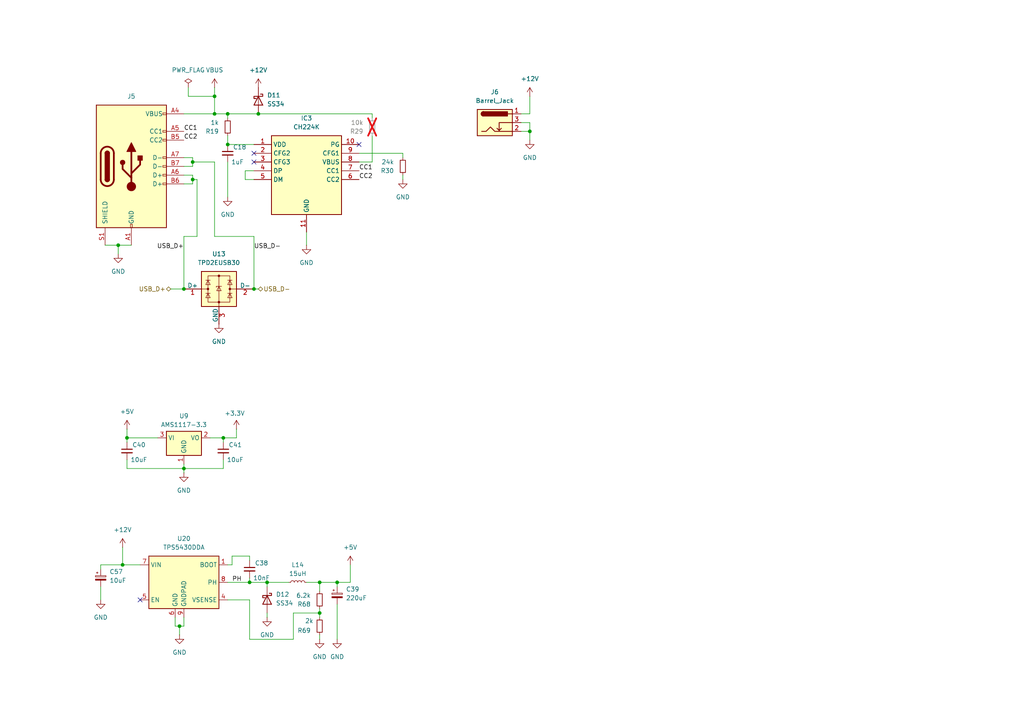
<source format=kicad_sch>
(kicad_sch (version 20231120) (generator "eeschema") (generator_version "8.0")
  (paper "A4")
  (title_block (title "Power") (rev "2"))
  (lib_symbols
    (symbol "Connector:Barrel_Jack_Switch" (pin_names hide)
      (property "Reference" "J" (at 0 5.334 0))
      (property "Value" "Barrel_Jack_Switch" (at 0 -5.08 0))
      (symbol "Barrel_Jack_Switch_0_1"
        (rectangle (start -5.08 3.81) (end 5.08 -3.81) (stroke (width 0.254)) (fill (type background)))
        (arc (start -3.302 3.175) (mid -3.9343 2.54) (end -3.302 1.905) (stroke (width 0.254)))
        (arc (start -3.302 3.175) (mid -3.9343 2.54) (end -3.302 1.905) (stroke (width 0.254)) (fill (type outline)))
        (polyline (pts (xy 1.27 -2.286) (xy 1.905 -1.651)) (stroke (width 0.254)))
        (polyline (pts (xy 5.08 2.54) (xy 3.81 2.54)) (stroke (width 0.254)))
        (polyline (pts (xy 5.08 0) (xy 1.27 0) (xy 1.27 -2.286) (xy 0.635 -1.651)) (stroke (width 0.254)))
        (polyline (pts (xy -3.81 -2.54) (xy -2.54 -2.54) (xy -1.27 -1.27) (xy 0 -2.54) (xy 2.54 -2.54) (xy 5.08 -2.54)) (stroke (width 0.254)))
        (rectangle (start 3.683 3.175) (end -3.302 1.905) (stroke (width 0.254)) (fill (type outline)))
      )
      (symbol "Barrel_Jack_Switch_1_1"
        (pin passive line (at 7.62 2.54 180) (length 2.54) (name "~") (number "1"))
        (pin passive line (at 7.62 -2.54 180) (length 2.54) (name "~") (number "2"))
        (pin passive line (at 7.62 0 180) (length 2.54) (name "~") (number "3"))
      )
    )
    (symbol "Connector:USB_C_Receptacle_USB2.0_14P" (pin_names (offset 1.016))
      (property "Reference" "J" (at 0 22.225 0))
      (property "Value" "USB_C_Receptacle_USB2.0_14P" (at 0 19.685 0))
      (symbol "USB_C_Receptacle_USB2.0_14P_0_0"
        (rectangle (start -0.254 -17.78) (end 0.254 -16.764))
        (rectangle (start 10.16 -4.826) (end 9.144 -5.334))
        (rectangle (start 10.16 -2.286) (end 9.144 -2.794))
        (rectangle (start 10.16 0.254) (end 9.144 -0.254))
        (rectangle (start 10.16 2.794) (end 9.144 2.286))
        (rectangle (start 10.16 7.874) (end 9.144 7.366))
        (rectangle (start 10.16 10.414) (end 9.144 9.906))
        (rectangle (start 10.16 15.494) (end 9.144 14.986))
      )
      (symbol "USB_C_Receptacle_USB2.0_14P_0_1"
        (rectangle (start -10.16 17.78) (end 10.16 -17.78) (stroke (width 0.254)) (fill (type background)))
        (arc (start -8.89 -3.81) (mid -6.985 -5.7067) (end -5.08 -3.81) (stroke (width 0.508)))
        (arc (start -7.62 -3.81) (mid -6.985 -4.4423) (end -6.35 -3.81) (stroke (width 0.254)))
        (arc (start -7.62 -3.81) (mid -6.985 -4.4423) (end -6.35 -3.81) (stroke (width 0.254)) (fill (type outline)))
        (rectangle (start -7.62 -3.81) (end -6.35 3.81) (stroke (width 0.254)) (fill (type outline)))
        (arc (start -6.35 3.81) (mid -6.985 4.4423) (end -7.62 3.81) (stroke (width 0.254)))
        (arc (start -6.35 3.81) (mid -6.985 4.4423) (end -7.62 3.81) (stroke (width 0.254)) (fill (type outline)))
        (arc (start -5.08 3.81) (mid -6.985 5.7067) (end -8.89 3.81) (stroke (width 0.508)))
        (circle (center -2.54 1.143) (radius 0.635) (stroke (width 0.254)) (fill (type outline)))
        (circle (center 0 -5.842) (radius 1.27) (fill (type outline)))
        (polyline (pts (xy -8.89 -3.81) (xy -8.89 3.81)) (stroke (width 0.508)))
        (polyline (pts (xy -5.08 3.81) (xy -5.08 -3.81)) (stroke (width 0.508)))
        (polyline (pts (xy 0 -5.842) (xy 0 4.318)) (stroke (width 0.508)))
        (polyline (pts (xy 0 -3.302) (xy -2.54 -0.762) (xy -2.54 0.508)) (stroke (width 0.508)))
        (polyline (pts (xy 0 -2.032) (xy 2.54 0.508) (xy 2.54 1.778)) (stroke (width 0.508)))
        (polyline (pts (xy -1.27 4.318) (xy 0 6.858) (xy 1.27 4.318) (xy -1.27 4.318)) (stroke (width 0.254)) (fill (type outline)))
        (rectangle (start 1.905 1.778) (end 3.175 3.048) (stroke (width 0.254)) (fill (type outline)))
      )
      (symbol "USB_C_Receptacle_USB2.0_14P_1_1"
        (pin passive line (at 0 -22.86 90) (length 5.08) (name "GND") (number "A1"))
        (pin passive line (at 0 -22.86 90) (length 5.08) hide (name "GND") (number "A12"))
        (pin passive line (at 15.24 15.24 180) (length 5.08) (name "VBUS") (number "A4"))
        (pin bidirectional line (at 15.24 10.16 180) (length 5.08) (name "CC1") (number "A5"))
        (pin bidirectional line (at 15.24 -2.54 180) (length 5.08) (name "D+") (number "A6"))
        (pin bidirectional line (at 15.24 2.54 180) (length 5.08) (name "D-") (number "A7"))
        (pin passive line (at 15.24 15.24 180) (length 5.08) hide (name "VBUS") (number "A9"))
        (pin passive line (at 0 -22.86 90) (length 5.08) hide (name "GND") (number "B1"))
        (pin passive line (at 0 -22.86 90) (length 5.08) hide (name "GND") (number "B12"))
        (pin passive line (at 15.24 15.24 180) (length 5.08) hide (name "VBUS") (number "B4"))
        (pin bidirectional line (at 15.24 7.62 180) (length 5.08) (name "CC2") (number "B5"))
        (pin bidirectional line (at 15.24 -5.08 180) (length 5.08) (name "D+") (number "B6"))
        (pin bidirectional line (at 15.24 0 180) (length 5.08) (name "D-") (number "B7"))
        (pin passive line (at 15.24 15.24 180) (length 5.08) hide (name "VBUS") (number "B9"))
        (pin passive line (at -7.62 -22.86 90) (length 5.08) (name "SHIELD") (number "S1"))
      )
    )
    (symbol "Device:C_Polarized_Small" (pin_numbers hide) (pin_names (offset 0.254) hide)
      (property "Reference" "C" (at 0.254 1.778 0))
      (property "Value" "C_Polarized_Small" (at 0.254 -2.032 0))
      (symbol "C_Polarized_Small_0_1"
        (rectangle (start -1.524 -0.3048) (end 1.524 -0.6858) (fill (type outline)))
        (rectangle (start -1.524 0.6858) (end 1.524 0.3048))
        (polyline (pts (xy -1.27 1.524) (xy -0.762 1.524)))
        (polyline (pts (xy -1.016 1.27) (xy -1.016 1.778)))
      )
      (symbol "C_Polarized_Small_1_1"
        (pin passive line (at 0 2.54 270) (length 1.8542) (name "~") (number "1"))
        (pin passive line (at 0 -2.54 90) (length 1.8542) (name "~") (number "2"))
      )
    )
    (symbol "Device:C_Small" (pin_numbers hide) (pin_names (offset 0.254) hide)
      (property "Reference" "C" (at 0.254 1.778 0))
      (property "Value" "C_Small" (at 0.254 -2.032 0))
      (symbol "C_Small_0_1"
        (polyline (pts (xy -1.524 -0.508) (xy 1.524 -0.508)) (stroke (width 0.3302)))
        (polyline (pts (xy -1.524 0.508) (xy 1.524 0.508)) (stroke (width 0.3048)))
      )
      (symbol "C_Small_1_1"
        (pin passive line (at 0 2.54 270) (length 2.032) (name "~") (number "1"))
        (pin passive line (at 0 -2.54 90) (length 2.032) (name "~") (number "2"))
      )
    )
    (symbol "Device:L_Small" (pin_numbers hide) (pin_names (offset 0.254) hide)
      (property "Reference" "L" (at 0.762 1.016 0))
      (property "Value" "L_Small" (at 0.762 -1.016 0))
      (symbol "L_Small_0_1"
        (arc (start 0 -2.032) (mid 0.5058 -1.524) (end 0 -1.016))
        (arc (start 0 -1.016) (mid 0.5058 -0.508) (end 0 0))
        (arc (start 0 0) (mid 0.5058 0.508) (end 0 1.016))
        (arc (start 0 1.016) (mid 0.5058 1.524) (end 0 2.032))
      )
      (symbol "L_Small_1_1"
        (pin passive line (at 0 2.54 270) (length 0.508) (name "~") (number "1"))
        (pin passive line (at 0 -2.54 90) (length 0.508) (name "~") (number "2"))
      )
    )
    (symbol "Device:R_Small" (pin_numbers hide) (pin_names (offset 0.254) hide)
      (property "Reference" "R" (at 0.762 0.508 0))
      (property "Value" "R_Small" (at 0.762 -1.016 0))
      (symbol "R_Small_0_1"
        (rectangle (start -0.762 1.778) (end 0.762 -1.778) (stroke (width 0.2032)))
      )
      (symbol "R_Small_1_1"
        (pin passive line (at 0 2.54 270) (length 0.762) (name "~") (number "1"))
        (pin passive line (at 0 -2.54 90) (length 0.762) (name "~") (number "2"))
      )
    )
    (symbol "Diode:SS34" (pin_numbers hide) (pin_names (offset 1.016) hide)
      (property "Reference" "D" (at 0 2.54 0))
      (property "Value" "SS34" (at 0 -2.54 0))
      (symbol "SS34_0_1"
        (polyline (pts (xy 1.27 0) (xy -1.27 0)))
        (polyline (pts (xy 1.27 1.27) (xy 1.27 -1.27) (xy -1.27 0) (xy 1.27 1.27)) (stroke (width 0.254)))
        (polyline (pts (xy -1.905 0.635) (xy -1.905 1.27) (xy -1.27 1.27) (xy -1.27 -1.27) (xy -0.635 -1.27) (xy -0.635 -0.635)) (stroke (width 0.254)))
      )
      (symbol "SS34_1_1"
        (pin passive line (at -3.81 0 0) (length 2.54) (name "K") (number "1"))
        (pin passive line (at 3.81 0 180) (length 2.54) (name "A") (number "2"))
      )
    )
    (symbol "HydroponicFlowerControl:CH224K"
      (property "Reference" "IC" (at 26.67 7.62 0))
      (property "Value" "CH224K" (at 26.67 5.08 0))
      (symbol "CH224K_1_1"
        (rectangle (start 5.08 2.54) (end 25.4 -20.32) (stroke (width 0.254)) (fill (type background)))
        (pin passive line (at 0 0 0) (length 5.08) (name "VDD") (number "1"))
        (pin passive line (at 30.48 0 180) (length 5.08) (name "PG") (number "10"))
        (pin passive line (at 15.24 -25.4 90) (length 5.08) (name "GND") (number "11"))
        (pin passive line (at 0 -2.54 0) (length 5.08) (name "CFG2") (number "2"))
        (pin passive line (at 0 -5.08 0) (length 5.08) (name "CFG3") (number "3"))
        (pin passive line (at 0 -7.62 0) (length 5.08) (name "DP") (number "4"))
        (pin passive line (at 0 -10.16 0) (length 5.08) (name "DM") (number "5"))
        (pin passive line (at 30.48 -10.16 180) (length 5.08) (name "CC2") (number "6"))
        (pin passive line (at 30.48 -7.62 180) (length 5.08) (name "CC1") (number "7"))
        (pin passive line (at 30.48 -5.08 180) (length 5.08) (name "VBUS") (number "8"))
        (pin passive line (at 30.48 -2.54 180) (length 5.08) (name "CFG1") (number "9"))
      )
    )
    (symbol "Power_Protection:TPD2EUSB30" (pin_names (offset 0))
      (property "Reference" "U" (at 0 6.35 0))
      (property "Value" "TPD2EUSB30" (at 7.62 -7.62 0))
      (symbol "TPD2EUSB30_0_1"
        (rectangle (start -5.08 5.08) (end 5.08 -5.08) (stroke (width 0.254)) (fill (type background)))
        (circle (center -3.175 0) (radius 0.2794) (fill (type outline)))
        (rectangle (start -3.175 3.81) (end 3.175 -3.81))
        (circle (center 0 -3.81) (radius 0.2794) (fill (type outline)))
        (polyline (pts (xy -5.08 0) (xy -3.175 0)))
        (polyline (pts (xy -3.81 -1.27) (xy -2.54 -1.27)))
        (polyline (pts (xy -3.81 2.54) (xy -2.54 2.54)))
        (polyline (pts (xy 0 3.81) (xy 0 -5.08)))
        (polyline (pts (xy 2.54 -1.27) (xy 3.81 -1.27)))
        (polyline (pts (xy 2.54 2.54) (xy 3.81 2.54)))
        (polyline (pts (xy 5.08 0) (xy 3.175 0)))
        (polyline (pts (xy 0.762 0.762) (xy -0.762 0.762) (xy -0.762 0.508)))
        (polyline (pts (xy -2.54 -2.54) (xy -3.81 -2.54) (xy -3.175 -1.27) (xy -2.54 -2.54)))
        (polyline (pts (xy -2.54 1.27) (xy -3.81 1.27) (xy -3.175 2.54) (xy -2.54 1.27)))
        (polyline (pts (xy 0.635 -0.508) (xy -0.635 -0.508) (xy 0 0.762) (xy 0.635 -0.508)))
        (polyline (pts (xy 3.81 -2.54) (xy 2.54 -2.54) (xy 3.175 -1.27) (xy 3.81 -2.54)))
        (polyline (pts (xy 3.81 1.27) (xy 2.54 1.27) (xy 3.175 2.54) (xy 3.81 1.27)))
        (circle (center 0 3.81) (radius 0.2794) (fill (type outline)))
        (circle (center 3.175 0) (radius 0.2794) (fill (type outline)))
      )
      (symbol "TPD2EUSB30_1_1"
        (pin passive line (at -10.16 0 0) (length 5.08) (name "D+") (number "1"))
        (pin passive line (at 10.16 0 180) (length 5.08) (name "D-") (number "2"))
        (pin passive line (at 0 -10.16 90) (length 5.08) (name "GND") (number "3"))
      )
    )
    (symbol "Regulator_Linear:AMS1117-3.3"
      (property "Reference" "U" (at -3.81 3.175 0))
      (property "Value" "AMS1117-3.3" (at 0 3.175 0))
      (symbol "AMS1117-3.3_0_1"
        (rectangle (start -5.08 -5.08) (end 5.08 1.905) (stroke (width 0.254)) (fill (type background)))
      )
      (symbol "AMS1117-3.3_1_1"
        (pin power_in line (at 0 -7.62 90) (length 2.54) (name "GND") (number "1"))
        (pin power_out line (at 7.62 0 180) (length 2.54) (name "VO") (number "2"))
        (pin power_in line (at -7.62 0 0) (length 2.54) (name "VI") (number "3"))
      )
    )
    (symbol "Regulator_Switching:TPS5430DDA"
      (property "Reference" "U" (at -10.16 8.89 0))
      (property "Value" "TPS5430DDA" (at -1.27 8.89 0))
      (symbol "TPS5430DDA_0_1"
        (rectangle (start -10.16 7.62) (end 10.16 -7.62) (stroke (width 0.254)) (fill (type background)))
      )
      (symbol "TPS5430DDA_1_1"
        (pin input line (at 12.7 5.08 180) (length 2.54) (name "BOOT") (number "1"))
        (pin no_connect line (at -10.16 2.54 0) (length 2.54) hide (name "NC") (number "2"))
        (pin no_connect line (at -10.16 -2.54 0) (length 2.54) hide (name "NC") (number "3"))
        (pin input line (at 12.7 -5.08 180) (length 2.54) (name "VSENSE") (number "4"))
        (pin input line (at -12.7 -5.08 0) (length 2.54) (name "EN") (number "5"))
        (pin power_in line (at -2.54 -10.16 90) (length 2.54) (name "GND") (number "6"))
        (pin power_in line (at -12.7 5.08 0) (length 2.54) (name "VIN") (number "7"))
        (pin output line (at 12.7 0 180) (length 2.54) (name "PH") (number "8"))
        (pin power_in line (at 0 -10.16 90) (length 2.54) (name "GNDPAD") (number "9"))
      )
    )
    (symbol "power:+12V" (power) (pin_numbers hide) (pin_names (offset 0) hide)
      (property "Value" "+12V" (at 0 3.556 0))
      (symbol "+12V_0_1"
        (polyline (pts (xy -0.762 1.27) (xy 0 2.54)))
        (polyline (pts (xy 0 0) (xy 0 2.54)))
        (polyline (pts (xy 0 2.54) (xy 0.762 1.27)))
      )
      (symbol "+12V_1_1"
        (pin power_in line (at 0 0 90) (length 0) (name "~") (number "1"))
      )
    )
    (symbol "power:+3.3V" (power) (pin_numbers hide) (pin_names (offset 0) hide)
      (property "Value" "+3.3V" (at 0 3.556 0))
      (symbol "+3.3V_0_1"
        (polyline (pts (xy -0.762 1.27) (xy 0 2.54)))
        (polyline (pts (xy 0 0) (xy 0 2.54)))
        (polyline (pts (xy 0 2.54) (xy 0.762 1.27)))
      )
      (symbol "+3.3V_1_1"
        (pin power_in line (at 0 0 90) (length 0) (name "~") (number "1"))
      )
    )
    (symbol "power:+5V" (power) (pin_numbers hide) (pin_names (offset 0) hide)
      (property "Value" "+5V" (at 0 3.556 0))
      (symbol "+5V_0_1"
        (polyline (pts (xy -0.762 1.27) (xy 0 2.54)))
        (polyline (pts (xy 0 0) (xy 0 2.54)))
        (polyline (pts (xy 0 2.54) (xy 0.762 1.27)))
      )
      (symbol "+5V_1_1"
        (pin power_in line (at 0 0 90) (length 0) (name "~") (number "1"))
      )
    )
    (symbol "power:GND" (power) (pin_numbers hide) (pin_names (offset 0) hide)
      (property "Value" "GND" (at 0 -3.81 0))
      (symbol "GND_0_1"
        (polyline (pts (xy 0 0) (xy 0 -1.27) (xy 1.27 -1.27) (xy 0 -2.54) (xy -1.27 -1.27) (xy 0 -1.27)))
      )
      (symbol "GND_1_1"
        (pin power_in line (at 0 0 270) (length 0) (name "~") (number "1"))
      )
    )
    (symbol "power:PWR_FLAG" (power) (pin_numbers hide) (pin_names (offset 0) hide)
      (property "Value" "PWR_FLAG" (at 0 3.81 0))
      (symbol "PWR_FLAG_0_0"
        (pin power_out line (at 0 0 90) (length 0) (name "~") (number "1"))
      )
      (symbol "PWR_FLAG_0_1"
        (polyline (pts (xy 0 0) (xy 0 1.27) (xy -1.016 1.905) (xy 0 2.54) (xy 1.016 1.905) (xy 0 1.27)))
      )
    )
    (symbol "power:VBUS" (power) (pin_numbers hide) (pin_names (offset 0) hide)
      (property "Value" "VBUS" (at 0 3.556 0))
      (symbol "VBUS_0_1"
        (polyline (pts (xy -0.762 1.27) (xy 0 2.54)))
        (polyline (pts (xy 0 0) (xy 0 2.54)))
        (polyline (pts (xy 0 2.54) (xy 0.762 1.27)))
      )
      (symbol "VBUS_1_1"
        (pin power_in line (at 0 0 90) (length 0) (name "~") (number "1"))
      )
    )
  )
  (junction (at 34.29 71.12))
  (junction (at 73.66 83.82))
  (junction (at 53.34 83.82))
  (junction (at 52.07 181.61))
  (junction (at 35.56 163.83))
  (junction (at 55.88 52.07))
  (junction (at 72.39 168.91))
  (junction (at 74.93 33.02))
  (junction (at 64.77 127))
  (junction (at 92.71 177.8))
  (junction (at 36.83 127))
  (junction (at 77.47 168.91))
  (junction (at 97.79 168.91))
  (junction (at 153.67 38.1))
  (junction (at 62.23 33.02))
  (junction (at 92.71 168.91))
  (junction (at 66.04 41.91))
  (junction (at 66.04 33.02))
  (junction (at 62.23 27.94))
  (junction (at 53.34 135.89))
  (junction (at 55.88 46.99))
  (no_connect (at 40.64 173.99))
  (no_connect (at 73.66 46.99))
  (no_connect (at 104.14 41.91))
  (no_connect (at 73.66 44.45))
  (wire (pts (xy 151.13 35.56) (xy 153.67 35.56)))
  (wire (pts (xy 66.04 33.02) (xy 66.04 34.29)))
  (wire (pts (xy 53.34 68.58) (xy 53.34 83.82)))
  (wire (pts (xy 97.79 168.91) (xy 97.79 170.18)))
  (wire (pts (xy 107.95 33.02) (xy 107.95 34.29)))
  (wire (pts (xy 62.23 46.99) (xy 62.23 68.58)))
  (wire (pts (xy 52.07 181.61) (xy 52.07 184.15)))
  (wire (pts (xy 53.34 45.72) (xy 55.88 45.72)))
  (wire (pts (xy 107.95 39.37) (xy 107.95 46.99)))
  (wire (pts (xy 92.71 168.91) (xy 92.71 171.45)))
  (wire (pts (xy 77.47 168.91) (xy 77.47 170.18)))
  (wire (pts (xy 67.31 163.83) (xy 66.04 163.83)))
  (wire (pts (xy 34.29 71.12) (xy 34.29 73.66)))
  (wire (pts (xy 68.58 124.46) (xy 68.58 127)))
  (wire (pts (xy 88.9 168.91) (xy 92.71 168.91)))
  (wire (pts (xy 67.31 161.29) (xy 72.39 161.29)))
  (wire (pts (xy 88.9 67.31) (xy 88.9 71.12)))
  (wire (pts (xy 116.84 50.8) (xy 116.84 52.07)))
  (wire (pts (xy 50.8 179.07) (xy 50.8 181.61)))
  (wire (pts (xy 57.15 52.07) (xy 55.88 52.07)))
  (wire (pts (xy 72.39 173.99) (xy 72.39 185.42)))
  (wire (pts (xy 66.04 33.02) (xy 74.93 33.02)))
  (wire (pts (xy 30.48 71.12) (xy 34.29 71.12)))
  (wire (pts (xy 64.77 133.35) (xy 64.77 135.89)))
  (wire (pts (xy 60.96 127) (xy 64.77 127)))
  (wire (pts (xy 53.34 135.89) (xy 53.34 137.16)))
  (wire (pts (xy 73.66 83.82) (xy 74.93 83.82)))
  (wire (pts (xy 64.77 135.89) (xy 53.34 135.89)))
  (wire (pts (xy 116.84 44.45) (xy 116.84 45.72)))
  (wire (pts (xy 36.83 133.35) (xy 36.83 135.89)))
  (wire (pts (xy 53.34 179.07) (xy 53.34 181.61)))
  (wire (pts (xy 62.23 33.02) (xy 66.04 33.02)))
  (wire (pts (xy 55.88 53.34) (xy 53.34 53.34)))
  (wire (pts (xy 55.88 45.72) (xy 55.88 46.99)))
  (wire (pts (xy 53.34 50.8) (xy 55.88 50.8)))
  (wire (pts (xy 92.71 176.53) (xy 92.71 177.8)))
  (wire (pts (xy 73.66 68.58) (xy 73.66 83.82)))
  (wire (pts (xy 66.04 57.15) (xy 66.04 46.99)))
  (wire (pts (xy 53.34 134.62) (xy 53.34 135.89)))
  (wire (pts (xy 153.67 27.94) (xy 153.67 33.02)))
  (wire (pts (xy 57.15 68.58) (xy 53.34 68.58)))
  (wire (pts (xy 66.04 173.99) (xy 72.39 173.99)))
  (wire (pts (xy 85.09 177.8) (xy 92.71 177.8)))
  (wire (pts (xy 72.39 185.42) (xy 85.09 185.42)))
  (wire (pts (xy 92.71 168.91) (xy 97.79 168.91)))
  (wire (pts (xy 55.88 50.8) (xy 55.88 52.07)))
  (wire (pts (xy 36.83 127) (xy 36.83 128.27)))
  (wire (pts (xy 67.31 163.83) (xy 67.31 161.29)))
  (wire (pts (xy 72.39 167.64) (xy 72.39 168.91)))
  (wire (pts (xy 36.83 124.46) (xy 36.83 127)))
  (wire (pts (xy 151.13 38.1) (xy 153.67 38.1)))
  (wire (pts (xy 73.66 49.53) (xy 71.12 49.53)))
  (wire (pts (xy 66.04 168.91) (xy 72.39 168.91)))
  (wire (pts (xy 54.61 25.4) (xy 54.61 27.94)))
  (wire (pts (xy 36.83 127) (xy 45.72 127)))
  (wire (pts (xy 97.79 175.26) (xy 97.79 185.42)))
  (wire (pts (xy 55.88 46.99) (xy 62.23 46.99)))
  (wire (pts (xy 62.23 25.4) (xy 62.23 27.94)))
  (wire (pts (xy 71.12 49.53) (xy 71.12 52.07)))
  (wire (pts (xy 55.88 52.07) (xy 55.88 53.34)))
  (wire (pts (xy 57.15 52.07) (xy 57.15 68.58)))
  (wire (pts (xy 151.13 33.02) (xy 153.67 33.02)))
  (wire (pts (xy 55.88 46.99) (xy 55.88 48.26)))
  (wire (pts (xy 64.77 128.27) (xy 64.77 127)))
  (wire (pts (xy 55.88 48.26) (xy 53.34 48.26)))
  (wire (pts (xy 77.47 177.8) (xy 77.47 179.07)))
  (wire (pts (xy 104.14 44.45) (xy 116.84 44.45)))
  (wire (pts (xy 29.21 163.83) (xy 35.56 163.83)))
  (wire (pts (xy 62.23 27.94) (xy 62.23 33.02)))
  (wire (pts (xy 77.47 168.91) (xy 83.82 168.91)))
  (wire (pts (xy 54.61 27.94) (xy 62.23 27.94)))
  (wire (pts (xy 36.83 135.89) (xy 53.34 135.89)))
  (wire (pts (xy 101.6 163.83) (xy 101.6 168.91)))
  (wire (pts (xy 29.21 165.1) (xy 29.21 163.83)))
  (wire (pts (xy 97.79 168.91) (xy 101.6 168.91)))
  (wire (pts (xy 29.21 170.18) (xy 29.21 173.99)))
  (wire (pts (xy 49.53 83.82) (xy 53.34 83.82)))
  (wire (pts (xy 72.39 168.91) (xy 77.47 168.91)))
  (wire (pts (xy 153.67 35.56) (xy 153.67 38.1)))
  (wire (pts (xy 71.12 52.07) (xy 73.66 52.07)))
  (wire (pts (xy 34.29 71.12) (xy 38.1 71.12)))
  (wire (pts (xy 153.67 38.1) (xy 153.67 40.64)))
  (wire (pts (xy 62.23 68.58) (xy 73.66 68.58)))
  (wire (pts (xy 35.56 163.83) (xy 40.64 163.83)))
  (wire (pts (xy 66.04 39.37) (xy 66.04 41.91)))
  (wire (pts (xy 53.34 181.61) (xy 52.07 181.61)))
  (wire (pts (xy 92.71 184.15) (xy 92.71 185.42)))
  (wire (pts (xy 50.8 181.61) (xy 52.07 181.61)))
  (wire (pts (xy 85.09 185.42) (xy 85.09 177.8)))
  (wire (pts (xy 53.34 33.02) (xy 62.23 33.02)))
  (wire (pts (xy 74.93 33.02) (xy 107.95 33.02)))
  (wire (pts (xy 107.95 46.99) (xy 104.14 46.99)))
  (wire (pts (xy 35.56 158.75) (xy 35.56 163.83)))
  (wire (pts (xy 92.71 179.07) (xy 92.71 177.8)))
  (wire (pts (xy 64.77 127) (xy 68.58 127)))
  (wire (pts (xy 72.39 161.29) (xy 72.39 162.56)))
  (wire (pts (xy 66.04 41.91) (xy 73.66 41.91)))
  (label "CC1" (at 104.14 49.53 0))
  (label "USB_D-" (at 73.66 72.39 0))
  (label "CC2" (at 104.14 52.07 0))
  (label "CC2" (at 53.34 40.64 0))
  (label "CC1" (at 53.34 38.1 0))
  (label "USB_D+" (at 53.34 72.39 180))
  (label "PH" (at 67.31 168.91 0))
  (hierarchical_label "USB_D-" (shape bidirectional) (at 74.93 83.82 0))
  (hierarchical_label "USB_D+" (shape bidirectional) (at 49.53 83.82 180))
  (symbol (lib_id "Diode:SS34") (at 77.47 173.99 270) (unit 1)
    (property "Reference" "D12" (at 80.01 172.4024 90) (effects (justify left)))
    (property "Value" "SS34" (at 80.01 174.9424 90) (effects (justify left)))
    (property "Footprint" "Diode_SMD:D_SMA" (effects (hide yes)))
    (property "Datasheet" "https://wmsc.lcsc.com/wmsc/upload/file/pdf/v2/lcsc/2303141100_MDD-Microdiode-Electronics-SS34_C8678.pdf" (effects (hide yes)))
    (property "Description" "40V 3A Schottky Diode, SMA" (effects (hide yes)))
    (property "LCSC" "C8678" (effects (hide yes)))
  )
  (symbol (lib_id "Device:R_Small") (at 116.84 48.26 180) (unit 1)
    (property "Reference" "R30" (at 114.3 49.5301 0) (effects (justify left)))
    (property "Value" "24k" (at 114.3 46.9901 0) (effects (justify left)))
    (property "Footprint" "Resistor_SMD:R_0603_1608Metric" (effects (hide yes)))
    (property "Description" "Resistor, small symbol" (effects (hide yes)))
    (property "LCSC" "C23352" (effects (hide yes)))
  )
  (symbol (lib_id "power:GND") (at 52.07 184.15 0) (unit 1)
    (property "Reference" "#PWR0139" (effects (hide yes)))
    (property "Value" "GND" (at 52.07 189.23 0))
    (property "Description" "Power symbol creates a global label with name \"GND\" , ground" (effects (hide yes)))
  )
  (symbol (lib_id "power:GND") (at 97.79 185.42 0) (unit 1)
    (property "Reference" "#PWR0140" (effects (hide yes)))
    (property "Value" "GND" (at 97.79 190.5 0))
    (property "Description" "Power symbol creates a global label with name \"GND\" , ground" (effects (hide yes)))
  )
  (symbol (lib_id "power:PWR_FLAG") (at 54.61 25.4 0) (unit 1)
    (property "Reference" "#FLG09" (effects (hide yes)))
    (property "Value" "PWR_FLAG" (at 54.61 20.32 0))
    (property "Description" "Special symbol for telling ERC where power comes from" (effects (hide yes)))
  )
  (symbol (lib_id "Power_Protection:TPD2EUSB30") (at 63.5 83.82 0) (unit 1)
    (property "Reference" "U13" (at 63.5 73.66 0))
    (property "Value" "TPD2EUSB30" (at 63.5 76.2 0))
    (property "Footprint" "Package_TO_SOT_SMD:Texas_DRT-3" (effects (hide yes)))
    (property "Datasheet" "http://www.ti.com/lit/ds/symlink/tpd2eusb30a.pdf" (effects (hide yes)))
    (property "Description" "2-Channel ESD Protection for Super-Speed USB 3.0 Interface, DRT-3" (effects (hide yes)))
    (property "LCSC" "C2844720" (effects (hide yes)))
  )
  (symbol (lib_id "power:VBUS") (at 62.23 25.4 0) (unit 1)
    (property "Reference" "#PWR042" (effects (hide yes)))
    (property "Value" "VBUS" (at 62.23 20.32 0))
    (property "Description" "Power symbol creates a global label with name \"VBUS\"" (effects (hide yes)))
  )
  (symbol (lib_id "Device:R_Small") (at 92.71 173.99 180) (unit 1)
    (property "Reference" "R68" (at 90.17 175.2601 0) (effects (justify left)))
    (property "Value" "6.2k" (at 90.17 172.7201 0) (effects (justify left)))
    (property "Footprint" "Resistor_SMD:R_0603_1608Metric" (effects (hide yes)))
    (property "Description" "Resistor, small symbol" (effects (hide yes)))
    (property "LCSC" "C4260" (effects (hide yes)))
  )
  (symbol (lib_id "Device:C_Small") (at 64.77 130.81 0) (unit 1)
    (property "Reference" "C41" (at 66.294 129.032 0) (effects (justify left)))
    (property "Value" "10uF" (at 65.786 133.35 0) (effects (justify left)))
    (property "Footprint" "Capacitor_SMD:C_0603_1608Metric" (effects (hide yes)))
    (property "Description" "Unpolarized capacitor, small symbol" (effects (hide yes)))
    (property "LCSC" "C19702" (effects (hide yes)))
  )
  (symbol (lib_id "power:GND") (at 77.47 179.07 0) (unit 1)
    (property "Reference" "#PWR089" (effects (hide yes)))
    (property "Value" "GND" (at 77.47 184.15 0))
    (property "Description" "Power symbol creates a global label with name \"GND\" , ground" (effects (hide yes)))
  )
  (symbol (lib_id "power:GND") (at 34.29 73.66 0) (unit 1)
    (property "Reference" "#PWR041" (effects (hide yes)))
    (property "Value" "GND" (at 34.29 78.74 0))
    (property "Description" "Power symbol creates a global label with name \"GND\" , ground" (effects (hide yes)))
  )
  (symbol (lib_id "power:GND") (at 153.67 40.64 0) (unit 1)
    (property "Reference" "#PWR094" (effects (hide yes)))
    (property "Value" "GND" (at 153.67 45.72 0))
    (property "Description" "Power symbol creates a global label with name \"GND\" , ground" (effects (hide yes)))
  )
  (symbol (lib_id "power:GND") (at 63.5 93.98 0) (unit 1)
    (property "Reference" "#PWR066" (effects (hide yes)))
    (property "Value" "GND" (at 63.5 99.06 0))
    (property "Description" "Power symbol creates a global label with name \"GND\" , ground" (effects (hide yes)))
  )
  (symbol (lib_id "power:+12V") (at 74.93 25.4 0) (unit 1)
    (property "Reference" "#PWR030" (effects (hide yes)))
    (property "Value" "+12V" (at 74.93 20.32 0))
    (property "Description" "Power symbol creates a global label with name \"+12V\"" (effects (hide yes)))
  )
  (symbol (lib_id "Device:R_Small") (at 92.71 181.61 180) (unit 1)
    (property "Reference" "R69" (at 90.17 182.8801 0) (effects (justify left)))
    (property "Value" "2k" (at 90.932 180.086 0) (effects (justify left)))
    (property "Footprint" "Resistor_SMD:R_0603_1608Metric" (effects (hide yes)))
    (property "Description" "Resistor, small symbol" (effects (hide yes)))
    (property "LCSC" "C22975" (effects (hide yes)))
  )
  (symbol (lib_id "power:GND") (at 116.84 52.07 0) (unit 1)
    (property "Reference" "#PWR081" (effects (hide yes)))
    (property "Value" "GND" (at 116.84 57.15 0))
    (property "Description" "Power symbol creates a global label with name \"GND\" , ground" (effects (hide yes)))
  )
  (symbol (lib_id "Device:R_Small") (at 107.95 36.83 180) (unit 1) (in_bom no) (dnp yes)
    (property "Reference" "R29" (at 105.41 38.1001 0) (effects (justify left)))
    (property "Value" "10k" (at 105.41 35.5601 0) (effects (justify left)))
    (property "Footprint" "Resistor_SMD:R_0603_1608Metric" (effects (hide yes)))
    (property "Description" "Resistor, small symbol" (effects (hide yes)))
    (property "LCSC" "C25804" (effects (hide yes)))
  )
  (symbol (lib_id "Regulator_Linear:AMS1117-3.3") (at 53.34 127 0) (unit 1)
    (property "Reference" "U9" (at 53.34 120.65 0))
    (property "Value" "AMS1117-3.3" (at 53.34 123.19 0))
    (property "Footprint" "Package_TO_SOT_SMD:SOT-223-3_TabPin2" (effects (hide yes)))
    (property "Datasheet" "http://www.advanced-monolithic.com/pdf/ds1117.pdf" (effects (hide yes)))
    (property "Description" "1A Low Dropout regulator, positive, 3.3V fixed output, SOT-223" (effects (hide yes)))
    (property "LCSC" "C6186" (effects (hide yes)))
  )
  (symbol (lib_id "Regulator_Switching:TPS5430DDA") (at 53.34 168.91 0) (unit 1)
    (property "Reference" "U20" (at 53.34 156.21 0))
    (property "Value" "TPS5430DDA" (at 53.34 158.75 0))
    (property "Footprint" "Package_SO:TI_SO-PowerPAD-8_ThermalVias" (effects (hide yes)))
    (property "Datasheet" "http://www.ti.com/lit/ds/symlink/tps5430.pdf" (effects (hide yes)))
    (property "Description" "3A, Step Down Swift Converter, Adjustable Output Voltage, 5.5-36V Input Voltage, PowerSO-8" (effects (hide yes)))
    (property "LCSC" "C9864" (effects (hide yes)))
  )
  (symbol (lib_id "power:GND") (at 66.04 57.15 0) (unit 1)
    (property "Reference" "#PWR045" (effects (hide yes)))
    (property "Value" "GND" (at 66.04 62.23 0))
    (property "Description" "Power symbol creates a global label with name \"GND\" , ground" (effects (hide yes)))
  )
  (symbol (lib_id "Connector:Barrel_Jack_Switch") (at 143.51 35.56 0) (unit 1)
    (property "Reference" "J6" (at 143.51 26.67 0))
    (property "Value" "Barrel_Jack" (at 143.51 29.21 0))
    (property "Footprint" "Connector_BarrelJack:BarrelJack_CLIFF_FC681465S_SMT_Horizontal" (effects (hide yes)))
    (property "Description" "DC Barrel Jack with an internal switch" (effects (hide yes)))
    (property "LCSC" "C431534" (effects (hide yes)))
  )
  (symbol (lib_id "power:+12V") (at 153.67 27.94 0) (unit 1)
    (property "Reference" "#PWR082" (effects (hide yes)))
    (property "Value" "+12V" (at 153.67 22.86 0))
    (property "Description" "Power symbol creates a global label with name \"+12V\"" (effects (hide yes)))
  )
  (symbol (lib_id "Device:R_Small") (at 66.04 36.83 180) (unit 1)
    (property "Reference" "R19" (at 63.5 38.1001 0) (effects (justify left)))
    (property "Value" "1k" (at 63.5 35.5601 0) (effects (justify left)))
    (property "Footprint" "Resistor_SMD:R_0603_1608Metric" (effects (hide yes)))
    (property "Description" "Resistor, small symbol" (effects (hide yes)))
    (property "LCSC" "C21190" (effects (hide yes)))
  )
  (symbol (lib_id "power:GND") (at 53.34 137.16 0) (unit 1)
    (property "Reference" "#PWR088" (effects (hide yes)))
    (property "Value" "GND" (at 53.34 142.24 0))
    (property "Description" "Power symbol creates a global label with name \"GND\" , ground" (effects (hide yes)))
  )
  (symbol (lib_id "power:GND") (at 88.9 71.12 0) (unit 1)
    (property "Reference" "#PWR080" (effects (hide yes)))
    (property "Value" "GND" (at 88.9 76.2 0))
    (property "Description" "Power symbol creates a global label with name \"GND\" , ground" (effects (hide yes)))
  )
  (symbol (lib_id "power:+3.3V") (at 68.58 124.46 0) (unit 1)
    (property "Reference" "#PWR058" (effects (hide yes)))
    (property "Value" "+3.3V" (at 68.072 119.888 0))
    (property "Description" "Power symbol creates a global label with name \"+3.3V\"" (effects (hide yes)))
  )
  (symbol (lib_id "power:+12V") (at 35.56 158.75 0) (unit 1)
    (property "Reference" "#PWR062" (effects (hide yes)))
    (property "Value" "+12V" (at 35.56 153.67 0))
    (property "Description" "Power symbol creates a global label with name \"+12V\"" (effects (hide yes)))
  )
  (symbol (lib_id "Device:C_Polarized_Small") (at 29.21 167.64 0) (unit 1)
    (property "Reference" "C57" (at 31.75 165.8238 0) (effects (justify left)))
    (property "Value" "10uF" (at 31.75 168.3638 0) (effects (justify left)))
    (property "Footprint" "Capacitor_SMD:CP_Elec_5x5.4" (effects (hide yes)))
    (property "Description" "Polarized capacitor, small symbol" (effects (hide yes)))
    (property "LCSC" "C30110" (effects (hide yes)))
  )
  (symbol (lib_id "Device:L_Small") (at 86.36 168.91 90) (unit 1)
    (property "Reference" "L14" (at 86.36 163.83 90))
    (property "Value" "15uH" (at 86.36 166.37 90))
    (property "Footprint" "Inductor_SMD:L_Sunlord_SWPA4018S" (effects (hide yes)))
    (property "Description" "AMWPH4018S150MT" (effects (hide yes)))
    (property "LCSC" "C2846190" (effects (hide yes)))
  )
  (symbol (lib_id "Device:C_Polarized_Small") (at 97.79 172.72 0) (unit 1)
    (property "Reference" "C39" (at 100.33 170.9038 0) (effects (justify left)))
    (property "Value" "220uF" (at 100.33 173.4438 0) (effects (justify left)))
    (property "Footprint" "Capacitor_SMD:CP_Elec_6.3x7.7" (effects (hide yes)))
    (property "Description" "Polarized capacitor, small symbol" (effects (hide yes)))
    (property "LCSC" "C2887273" (effects (hide yes)))
    (property "JLCPCB Rotation Offset" "180" (effects (hide yes)))
  )
  (symbol (lib_id "Connector:USB_C_Receptacle_USB2.0_14P") (at 38.1 48.26 0) (unit 1)
    (property "Reference" "J5" (at 38.1 27.94 0))
    (property "Value" "USB_C_Receptacle_USB2.0" (effects (hide yes)))
    (property "Footprint" "Connector_USB:USB_C_Receptacle_HRO_TYPE-C-31-M-12" (effects (hide yes)))
    (property "Datasheet" "https://www.usb.org/sites/default/files/documents/usb_type-c.zip" (effects (hide yes)))
    (property "LCSC" "C165948" (effects (hide yes)))
    (property "JLCPCB Position Offset" "0,1.4" (effects (hide yes)))
  )
  (symbol (lib_id "power:+5V") (at 101.6 163.83 0) (unit 1)
    (property "Reference" "#PWR034" (effects (hide yes)))
    (property "Value" "+5V" (at 101.6 158.75 0))
    (property "Description" "Power symbol creates a global label with name \"+5V\"" (effects (hide yes)))
  )
  (symbol (lib_id "Diode:SS34") (at 74.93 29.21 270) (unit 1)
    (property "Reference" "D11" (at 77.47 27.6224 90) (effects (justify left)))
    (property "Value" "SS34" (at 77.47 30.1624 90) (effects (justify left)))
    (property "Footprint" "Diode_SMD:D_SMA" (effects (hide yes)))
    (property "Datasheet" "https://wmsc.lcsc.com/wmsc/upload/file/pdf/v2/lcsc/2303141100_MDD-Microdiode-Electronics-SS34_C8678.pdf" (effects (hide yes)))
    (property "Description" "40V 3A Schottky Diode, SMA" (effects (hide yes)))
    (property "LCSC" "C8678" (effects (hide yes)))
  )
  (symbol (lib_id "Device:C_Small") (at 66.04 44.45 0) (unit 1)
    (property "Reference" "C18" (at 67.564 42.672 0) (effects (justify left)))
    (property "Value" "1uF" (at 67.056 46.99 0) (effects (justify left)))
    (property "Footprint" "Capacitor_SMD:C_0603_1608Metric" (effects (hide yes)))
    (property "Description" "Unpolarized capacitor, small symbol" (effects (hide yes)))
    (property "LCSC" "C15849" (effects (hide yes)))
  )
  (symbol (lib_id "HydroponicFlowerControl:CH224K") (at 73.66 41.91 0) (unit 1)
    (property "Reference" "IC3" (at 88.9 34.29 0))
    (property "Value" "CH224K" (at 88.9 36.83 0))
    (property "Footprint" "HydroponicFlowerControl:SOP100P600X180-11N" (effects (hide yes)))
    (property "Datasheet" "https://datasheet.lcsc.com/lcsc/2204251615_WCH-Jiangsu-Qin-Heng-CH224K_C970725.pdf" (effects (hide yes)))
    (property "Description" "ESSOP-10 USB ICs ROHS" (effects (hide yes)))
    (property "Height" "1.8" (effects (hide yes)))
    (property "Manufacturer_Name" "WCH" (effects (hide yes)))
    (property "Manufacturer_Part_Number" "CH224K" (effects (hide yes)))
    (property "LCSC" "C970725" (effects (hide yes)))
    (property "JLCPCB Rotation Offset" "270" (effects (hide yes)))
  )
  (symbol (lib_id "power:GND") (at 29.21 173.99 0) (unit 1)
    (property "Reference" "#PWR0142" (effects (hide yes)))
    (property "Value" "GND" (at 29.21 179.07 0))
    (property "Description" "Power symbol creates a global label with name \"GND\" , ground" (effects (hide yes)))
  )
  (symbol (lib_id "power:+5V") (at 36.83 124.46 0) (unit 1)
    (property "Reference" "#PWR031" (effects (hide yes)))
    (property "Value" "+5V" (at 36.83 119.38 0))
    (property "Description" "Power symbol creates a global label with name \"+5V\"" (effects (hide yes)))
  )
  (symbol (lib_id "Device:C_Small") (at 72.39 165.1 0) (unit 1)
    (property "Reference" "C38" (at 73.914 163.322 0) (effects (justify left)))
    (property "Value" "10nF" (at 73.406 167.64 0) (effects (justify left)))
    (property "Footprint" "Capacitor_SMD:C_0603_1608Metric" (effects (hide yes)))
    (property "Description" "Unpolarized capacitor, small symbol" (effects (hide yes)))
    (property "LCSC" "C57112" (effects (hide yes)))
  )
  (symbol (lib_id "power:GND") (at 92.71 185.42 0) (unit 1)
    (property "Reference" "#PWR0141" (effects (hide yes)))
    (property "Value" "GND" (at 92.71 190.5 0))
    (property "Description" "Power symbol creates a global label with name \"GND\" , ground" (effects (hide yes)))
  )
  (symbol (lib_id "Device:C_Small") (at 36.83 130.81 0) (unit 1)
    (property "Reference" "C40" (at 38.354 129.032 0) (effects (justify left)))
    (property "Value" "10uF" (at 37.846 133.35 0) (effects (justify left)))
    (property "Footprint" "Capacitor_SMD:C_0603_1608Metric" (effects (hide yes)))
    (property "Description" "Unpolarized capacitor, small symbol" (effects (hide yes)))
    (property "LCSC" "C19702" (effects (hide yes)))
  )
)
</source>
